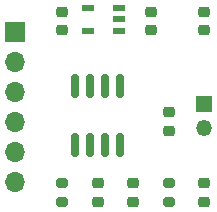
<source format=gts>
%TF.GenerationSoftware,KiCad,Pcbnew,7.0.9*%
%TF.CreationDate,2024-04-03T22:09:18+09:00*%
%TF.ProjectId,max31855,6d617833-3138-4353-952e-6b696361645f,rev?*%
%TF.SameCoordinates,Original*%
%TF.FileFunction,Soldermask,Top*%
%TF.FilePolarity,Negative*%
%FSLAX46Y46*%
G04 Gerber Fmt 4.6, Leading zero omitted, Abs format (unit mm)*
G04 Created by KiCad (PCBNEW 7.0.9) date 2024-04-03 22:09:18*
%MOMM*%
%LPD*%
G01*
G04 APERTURE LIST*
G04 Aperture macros list*
%AMRoundRect*
0 Rectangle with rounded corners*
0 $1 Rounding radius*
0 $2 $3 $4 $5 $6 $7 $8 $9 X,Y pos of 4 corners*
0 Add a 4 corners polygon primitive as box body*
4,1,4,$2,$3,$4,$5,$6,$7,$8,$9,$2,$3,0*
0 Add four circle primitives for the rounded corners*
1,1,$1+$1,$2,$3*
1,1,$1+$1,$4,$5*
1,1,$1+$1,$6,$7*
1,1,$1+$1,$8,$9*
0 Add four rect primitives between the rounded corners*
20,1,$1+$1,$2,$3,$4,$5,0*
20,1,$1+$1,$4,$5,$6,$7,0*
20,1,$1+$1,$6,$7,$8,$9,0*
20,1,$1+$1,$8,$9,$2,$3,0*%
G04 Aperture macros list end*
%ADD10RoundRect,0.150000X-0.150000X0.825000X-0.150000X-0.825000X0.150000X-0.825000X0.150000X0.825000X0*%
%ADD11RoundRect,0.225000X0.250000X-0.225000X0.250000X0.225000X-0.250000X0.225000X-0.250000X-0.225000X0*%
%ADD12RoundRect,0.225000X-0.250000X0.225000X-0.250000X-0.225000X0.250000X-0.225000X0.250000X0.225000X0*%
%ADD13R,1.350000X1.350000*%
%ADD14O,1.350000X1.350000*%
%ADD15R,1.700000X1.700000*%
%ADD16O,1.700000X1.700000*%
%ADD17RoundRect,0.218750X0.256250X-0.218750X0.256250X0.218750X-0.256250X0.218750X-0.256250X-0.218750X0*%
%ADD18R,1.100000X0.600000*%
%ADD19RoundRect,0.200000X0.275000X-0.200000X0.275000X0.200000X-0.275000X0.200000X-0.275000X-0.200000X0*%
G04 APERTURE END LIST*
D10*
%TO.C,U1*%
X122905000Y-109025000D03*
X121635000Y-109025000D03*
X120365000Y-109025000D03*
X119095000Y-109025000D03*
X119095000Y-113975000D03*
X120365000Y-113975000D03*
X121635000Y-113975000D03*
X122905000Y-113975000D03*
%TD*%
D11*
%TO.C,FB2*%
X130000000Y-118775000D03*
X130000000Y-117225000D03*
%TD*%
D12*
%TO.C,FB1*%
X130000000Y-102725000D03*
X130000000Y-104275000D03*
%TD*%
%TO.C,C3*%
X127000000Y-111225000D03*
X127000000Y-112775000D03*
%TD*%
D11*
%TO.C,C2*%
X125500000Y-104275000D03*
X125500000Y-102725000D03*
%TD*%
%TO.C,C1*%
X118000000Y-104275000D03*
X118000000Y-102725000D03*
%TD*%
D13*
%TO.C,J2*%
X130000000Y-110500000D03*
D14*
X130000000Y-112500000D03*
%TD*%
D15*
%TO.C,J1*%
X114000000Y-104420000D03*
D16*
X114000000Y-106960000D03*
X114000000Y-109500000D03*
X114000000Y-112040000D03*
X114000000Y-114580000D03*
X114000000Y-117120000D03*
%TD*%
D17*
%TO.C,D2*%
X121000000Y-118787500D03*
X121000000Y-117212500D03*
%TD*%
%TO.C,D1*%
X124000000Y-118787500D03*
X124000000Y-117212500D03*
%TD*%
D18*
%TO.C,U2*%
X122770000Y-104293000D03*
X122770000Y-103327800D03*
X122770000Y-102388000D03*
X120179200Y-102388000D03*
X120179200Y-104293000D03*
%TD*%
D19*
%TO.C,R2*%
X127000000Y-118825000D03*
X127000000Y-117175000D03*
%TD*%
%TO.C,R1*%
X118000000Y-118825000D03*
X118000000Y-117175000D03*
%TD*%
M02*

</source>
